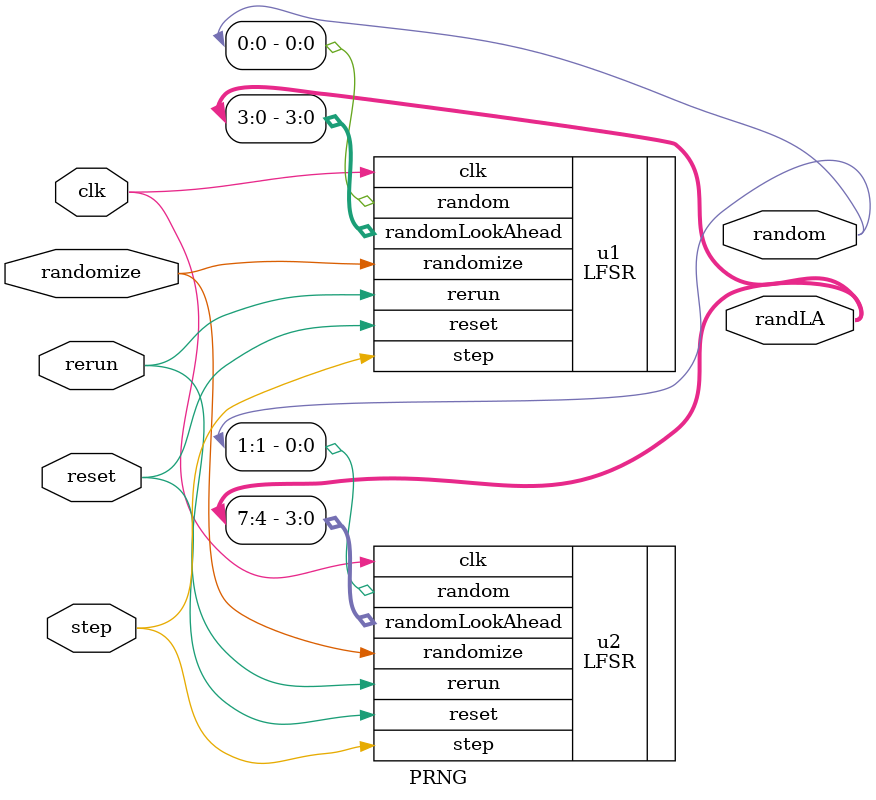
<source format=v>
module PRNG (output [1:0] random, output [7:0] randLA, input step, rerun, randomize, clk, reset);

	LFSR u1 (
		.random(random[0]),
		.randomLookAhead(randLA[3:0]),
		.step(step),
		.rerun(rerun),
		.randomize(randomize),
		.clk(clk),
		.reset(reset));
		
	LFSR #(.FILL(16'h0001)) u2 (
		.random(random[1]),
		.randomLookAhead(randLA[7:4]),
		.step(step),
		.rerun(rerun),
		.randomize(randomize),
		.clk(clk),
		.reset(reset));
					
endmodule
</source>
